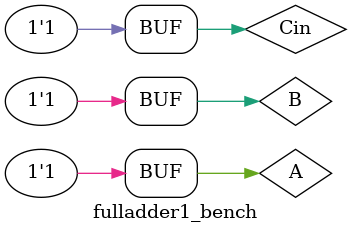
<source format=v>
module fulladder1_bench;

reg A;
reg B;
reg Cin;
wire S;
wire Cout;

fulladder1 iDut(.A(A), 
                .B(B), 
                .Cin(Cin), 
                .S(S), 
                .Cout(Cout));

initial 
begin

    A = 1'b0;
    B = 1'b0;
    Cin = 1'b0;
    #10;

    A = 1'b0;
    B = 1'b0;
    Cin = 1'b1;
    #10;

    A = 1'b0;
    B = 1'b1;
    Cin = 1'b0;
    #10;

    A = 1'b0;
    B = 1'b1;
    Cin = 1'b1;
    #10;

    A = 1'b1;
    B = 1'b0;
    Cin = 1'b0;
    #10;

    A = 1'b1;
    B = 1'b0;
    Cin = 1'b1;
    #10;

    A = 1'b1;
    B = 1'b1;
    Cin = 1'b0;
    #10;

    A = 1'b1;
    B = 1'b1;
    Cin = 1'b1;
    #10;
end

endmodule
</source>
